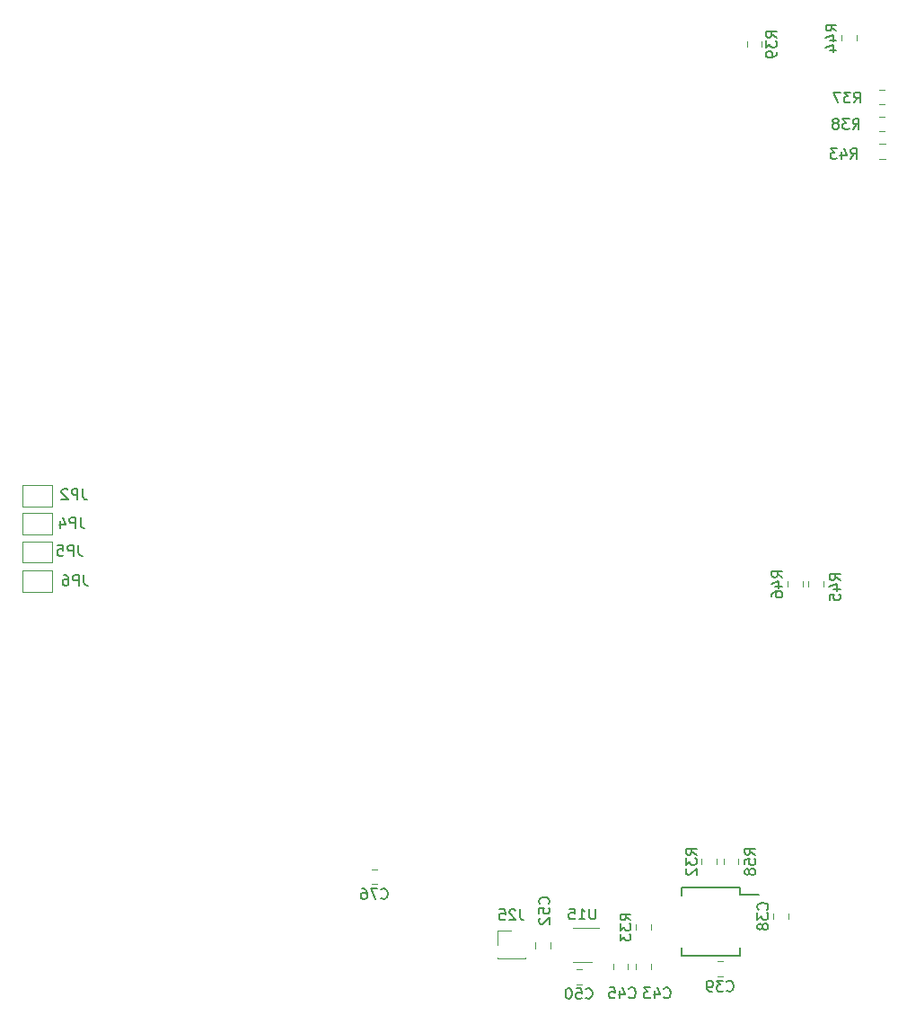
<source format=gbr>
G04 #@! TF.GenerationSoftware,KiCad,Pcbnew,(5.0.2)-1*
G04 #@! TF.CreationDate,2019-08-15T12:32:10+02:00*
G04 #@! TF.ProjectId,ADS1298_FINAL,41445331-3239-4385-9f46-494e414c2e6b,rev?*
G04 #@! TF.SameCoordinates,Original*
G04 #@! TF.FileFunction,Legend,Bot*
G04 #@! TF.FilePolarity,Positive*
%FSLAX46Y46*%
G04 Gerber Fmt 4.6, Leading zero omitted, Abs format (unit mm)*
G04 Created by KiCad (PCBNEW (5.0.2)-1) date 15-8-2019 12:32:10*
%MOMM*%
%LPD*%
G01*
G04 APERTURE LIST*
%ADD10C,0.120000*%
%ADD11C,0.150000*%
G04 APERTURE END LIST*
D10*
G04 #@! TO.C,C38*
X101938124Y-111770527D02*
X101938124Y-112293031D01*
X103358124Y-111770527D02*
X103358124Y-112293031D01*
G04 #@! TO.C,C39*
X96664546Y-117716779D02*
X97181702Y-117716779D01*
X96664546Y-116296779D02*
X97181702Y-116296779D01*
G04 #@! TO.C,C43*
X88988124Y-116470527D02*
X88988124Y-116993031D01*
X90408124Y-116470527D02*
X90408124Y-116993031D01*
G04 #@! TO.C,C45*
X88258124Y-116470527D02*
X88258124Y-116993031D01*
X86838124Y-116470527D02*
X86838124Y-116993031D01*
G04 #@! TO.C,C50*
X83361872Y-116996779D02*
X83884376Y-116996779D01*
X83361872Y-118416779D02*
X83884376Y-118416779D01*
G04 #@! TO.C,C52*
X79538124Y-114520527D02*
X79538124Y-115043031D01*
X80958124Y-114520527D02*
X80958124Y-115043031D01*
G04 #@! TO.C,J25*
X77250000Y-113370000D02*
X75920000Y-113370000D01*
X75920000Y-113370000D02*
X75920000Y-114700000D01*
X75920000Y-115910000D02*
X75920000Y-116030000D01*
X78580000Y-115910000D02*
X78580000Y-116030000D01*
X78580000Y-116030000D02*
X75920000Y-116030000D01*
G04 #@! TO.C,JP2*
X33935245Y-73380200D02*
X33935245Y-71380200D01*
X31135245Y-73380200D02*
X33935245Y-73380200D01*
X31135245Y-71380200D02*
X31135245Y-73380200D01*
X33935245Y-71380200D02*
X31135245Y-71380200D01*
G04 #@! TO.C,JP4*
X33935245Y-74030200D02*
X31135245Y-74030200D01*
X31135245Y-74030200D02*
X31135245Y-76030200D01*
X31135245Y-76030200D02*
X33935245Y-76030200D01*
X33935245Y-76030200D02*
X33935245Y-74030200D01*
G04 #@! TO.C,JP5*
X33935245Y-78680200D02*
X33935245Y-76680200D01*
X31135245Y-78680200D02*
X33935245Y-78680200D01*
X31135245Y-76680200D02*
X31135245Y-78680200D01*
X33935245Y-76680200D02*
X31135245Y-76680200D01*
G04 #@! TO.C,JP6*
X33935245Y-81430200D02*
X33935245Y-79430200D01*
X31135245Y-81430200D02*
X33935245Y-81430200D01*
X31135245Y-79430200D02*
X31135245Y-81430200D01*
X33935245Y-79430200D02*
X31135245Y-79430200D01*
G04 #@! TO.C,R32*
X95188124Y-106610701D02*
X95188124Y-107127857D01*
X96608124Y-106610701D02*
X96608124Y-107127857D01*
G04 #@! TO.C,R33*
X90408124Y-112785701D02*
X90408124Y-113302857D01*
X88988124Y-112785701D02*
X88988124Y-113302857D01*
G04 #@! TO.C,R37*
X111913748Y-34090000D02*
X112436252Y-34090000D01*
X111913748Y-35510000D02*
X112436252Y-35510000D01*
G04 #@! TO.C,R38*
X111913748Y-38060000D02*
X112436252Y-38060000D01*
X111913748Y-36640000D02*
X112436252Y-36640000D01*
G04 #@! TO.C,R39*
X99440000Y-30086252D02*
X99440000Y-29563748D01*
X100860000Y-30086252D02*
X100860000Y-29563748D01*
G04 #@! TO.C,R43*
X111963748Y-40660000D02*
X112486252Y-40660000D01*
X111963748Y-39240000D02*
X112486252Y-39240000D01*
G04 #@! TO.C,R44*
X108390000Y-28963748D02*
X108390000Y-29486252D01*
X109810000Y-28963748D02*
X109810000Y-29486252D01*
G04 #@! TO.C,R45*
X106660000Y-80463748D02*
X106660000Y-80986252D01*
X105240000Y-80463748D02*
X105240000Y-80986252D01*
G04 #@! TO.C,R46*
X103290000Y-80463748D02*
X103290000Y-80986252D01*
X104710000Y-80463748D02*
X104710000Y-80986252D01*
G04 #@! TO.C,R58*
X97238124Y-106610701D02*
X97238124Y-107127857D01*
X98658124Y-106610701D02*
X98658124Y-107127857D01*
D11*
G04 #@! TO.C,U14*
X98798124Y-109336779D02*
X98798124Y-109991779D01*
X93298124Y-109336779D02*
X93298124Y-110086779D01*
X93298124Y-115746779D02*
X93298124Y-114996779D01*
X98798124Y-115746779D02*
X98798124Y-114996779D01*
X98798124Y-109336779D02*
X93298124Y-109336779D01*
X98798124Y-115746779D02*
X93298124Y-115746779D01*
X98798124Y-109991779D02*
X100548124Y-109991779D01*
D10*
G04 #@! TO.C,U15*
X84848124Y-116366779D02*
X83048124Y-116366779D01*
X83048124Y-113146779D02*
X85498124Y-113146779D01*
G04 #@! TO.C,C76*
X64063748Y-109010000D02*
X64586252Y-109010000D01*
X64063748Y-107590000D02*
X64586252Y-107590000D01*
G04 #@! TO.C,C38*
D11*
X101355266Y-111388921D02*
X101402885Y-111341302D01*
X101450504Y-111198445D01*
X101450504Y-111103207D01*
X101402885Y-110960350D01*
X101307647Y-110865112D01*
X101212409Y-110817493D01*
X101021933Y-110769874D01*
X100879076Y-110769874D01*
X100688600Y-110817493D01*
X100593362Y-110865112D01*
X100498124Y-110960350D01*
X100450504Y-111103207D01*
X100450504Y-111198445D01*
X100498124Y-111341302D01*
X100545743Y-111388921D01*
X100450504Y-111722255D02*
X100450504Y-112341302D01*
X100831457Y-112007969D01*
X100831457Y-112150826D01*
X100879076Y-112246064D01*
X100926695Y-112293683D01*
X101021933Y-112341302D01*
X101260028Y-112341302D01*
X101355266Y-112293683D01*
X101402885Y-112246064D01*
X101450504Y-112150826D01*
X101450504Y-111865112D01*
X101402885Y-111769874D01*
X101355266Y-111722255D01*
X100879076Y-112912731D02*
X100831457Y-112817493D01*
X100783838Y-112769874D01*
X100688600Y-112722255D01*
X100640981Y-112722255D01*
X100545743Y-112769874D01*
X100498124Y-112817493D01*
X100450504Y-112912731D01*
X100450504Y-113103207D01*
X100498124Y-113198445D01*
X100545743Y-113246064D01*
X100640981Y-113293683D01*
X100688600Y-113293683D01*
X100783838Y-113246064D01*
X100831457Y-113198445D01*
X100879076Y-113103207D01*
X100879076Y-112912731D01*
X100926695Y-112817493D01*
X100974314Y-112769874D01*
X101069552Y-112722255D01*
X101260028Y-112722255D01*
X101355266Y-112769874D01*
X101402885Y-112817493D01*
X101450504Y-112912731D01*
X101450504Y-113103207D01*
X101402885Y-113198445D01*
X101355266Y-113246064D01*
X101260028Y-113293683D01*
X101069552Y-113293683D01*
X100974314Y-113246064D01*
X100926695Y-113198445D01*
X100879076Y-113103207D01*
G04 #@! TO.C,C39*
X97565981Y-119013921D02*
X97613600Y-119061540D01*
X97756457Y-119109159D01*
X97851695Y-119109159D01*
X97994552Y-119061540D01*
X98089790Y-118966302D01*
X98137409Y-118871064D01*
X98185028Y-118680588D01*
X98185028Y-118537731D01*
X98137409Y-118347255D01*
X98089790Y-118252017D01*
X97994552Y-118156779D01*
X97851695Y-118109159D01*
X97756457Y-118109159D01*
X97613600Y-118156779D01*
X97565981Y-118204398D01*
X97232647Y-118109159D02*
X96613600Y-118109159D01*
X96946933Y-118490112D01*
X96804076Y-118490112D01*
X96708838Y-118537731D01*
X96661219Y-118585350D01*
X96613600Y-118680588D01*
X96613600Y-118918683D01*
X96661219Y-119013921D01*
X96708838Y-119061540D01*
X96804076Y-119109159D01*
X97089790Y-119109159D01*
X97185028Y-119061540D01*
X97232647Y-119013921D01*
X96137409Y-119109159D02*
X95946933Y-119109159D01*
X95851695Y-119061540D01*
X95804076Y-119013921D01*
X95708838Y-118871064D01*
X95661219Y-118680588D01*
X95661219Y-118299636D01*
X95708838Y-118204398D01*
X95756457Y-118156779D01*
X95851695Y-118109159D01*
X96042171Y-118109159D01*
X96137409Y-118156779D01*
X96185028Y-118204398D01*
X96232647Y-118299636D01*
X96232647Y-118537731D01*
X96185028Y-118632969D01*
X96137409Y-118680588D01*
X96042171Y-118728207D01*
X95851695Y-118728207D01*
X95756457Y-118680588D01*
X95708838Y-118632969D01*
X95661219Y-118537731D01*
G04 #@! TO.C,C43*
X91642857Y-119657142D02*
X91690476Y-119704761D01*
X91833333Y-119752380D01*
X91928571Y-119752380D01*
X92071428Y-119704761D01*
X92166666Y-119609523D01*
X92214285Y-119514285D01*
X92261904Y-119323809D01*
X92261904Y-119180952D01*
X92214285Y-118990476D01*
X92166666Y-118895238D01*
X92071428Y-118800000D01*
X91928571Y-118752380D01*
X91833333Y-118752380D01*
X91690476Y-118800000D01*
X91642857Y-118847619D01*
X90785714Y-119085714D02*
X90785714Y-119752380D01*
X91023809Y-118704761D02*
X91261904Y-119419047D01*
X90642857Y-119419047D01*
X90357142Y-118752380D02*
X89738095Y-118752380D01*
X90071428Y-119133333D01*
X89928571Y-119133333D01*
X89833333Y-119180952D01*
X89785714Y-119228571D01*
X89738095Y-119323809D01*
X89738095Y-119561904D01*
X89785714Y-119657142D01*
X89833333Y-119704761D01*
X89928571Y-119752380D01*
X90214285Y-119752380D01*
X90309523Y-119704761D01*
X90357142Y-119657142D01*
G04 #@! TO.C,C45*
X88342857Y-119657142D02*
X88390476Y-119704761D01*
X88533333Y-119752380D01*
X88628571Y-119752380D01*
X88771428Y-119704761D01*
X88866666Y-119609523D01*
X88914285Y-119514285D01*
X88961904Y-119323809D01*
X88961904Y-119180952D01*
X88914285Y-118990476D01*
X88866666Y-118895238D01*
X88771428Y-118800000D01*
X88628571Y-118752380D01*
X88533333Y-118752380D01*
X88390476Y-118800000D01*
X88342857Y-118847619D01*
X87485714Y-119085714D02*
X87485714Y-119752380D01*
X87723809Y-118704761D02*
X87961904Y-119419047D01*
X87342857Y-119419047D01*
X86485714Y-118752380D02*
X86961904Y-118752380D01*
X87009523Y-119228571D01*
X86961904Y-119180952D01*
X86866666Y-119133333D01*
X86628571Y-119133333D01*
X86533333Y-119180952D01*
X86485714Y-119228571D01*
X86438095Y-119323809D01*
X86438095Y-119561904D01*
X86485714Y-119657142D01*
X86533333Y-119704761D01*
X86628571Y-119752380D01*
X86866666Y-119752380D01*
X86961904Y-119704761D01*
X87009523Y-119657142D01*
G04 #@! TO.C,C50*
X84265981Y-119713921D02*
X84313600Y-119761540D01*
X84456457Y-119809159D01*
X84551695Y-119809159D01*
X84694552Y-119761540D01*
X84789790Y-119666302D01*
X84837409Y-119571064D01*
X84885028Y-119380588D01*
X84885028Y-119237731D01*
X84837409Y-119047255D01*
X84789790Y-118952017D01*
X84694552Y-118856779D01*
X84551695Y-118809159D01*
X84456457Y-118809159D01*
X84313600Y-118856779D01*
X84265981Y-118904398D01*
X83361219Y-118809159D02*
X83837409Y-118809159D01*
X83885028Y-119285350D01*
X83837409Y-119237731D01*
X83742171Y-119190112D01*
X83504076Y-119190112D01*
X83408838Y-119237731D01*
X83361219Y-119285350D01*
X83313600Y-119380588D01*
X83313600Y-119618683D01*
X83361219Y-119713921D01*
X83408838Y-119761540D01*
X83504076Y-119809159D01*
X83742171Y-119809159D01*
X83837409Y-119761540D01*
X83885028Y-119713921D01*
X82694552Y-118809159D02*
X82599314Y-118809159D01*
X82504076Y-118856779D01*
X82456457Y-118904398D01*
X82408838Y-118999636D01*
X82361219Y-119190112D01*
X82361219Y-119428207D01*
X82408838Y-119618683D01*
X82456457Y-119713921D01*
X82504076Y-119761540D01*
X82599314Y-119809159D01*
X82694552Y-119809159D01*
X82789790Y-119761540D01*
X82837409Y-119713921D01*
X82885028Y-119618683D01*
X82932647Y-119428207D01*
X82932647Y-119190112D01*
X82885028Y-118999636D01*
X82837409Y-118904398D01*
X82789790Y-118856779D01*
X82694552Y-118809159D01*
G04 #@! TO.C,C52*
X80757142Y-110857142D02*
X80804761Y-110809523D01*
X80852380Y-110666666D01*
X80852380Y-110571428D01*
X80804761Y-110428571D01*
X80709523Y-110333333D01*
X80614285Y-110285714D01*
X80423809Y-110238095D01*
X80280952Y-110238095D01*
X80090476Y-110285714D01*
X79995238Y-110333333D01*
X79900000Y-110428571D01*
X79852380Y-110571428D01*
X79852380Y-110666666D01*
X79900000Y-110809523D01*
X79947619Y-110857142D01*
X79852380Y-111761904D02*
X79852380Y-111285714D01*
X80328571Y-111238095D01*
X80280952Y-111285714D01*
X80233333Y-111380952D01*
X80233333Y-111619047D01*
X80280952Y-111714285D01*
X80328571Y-111761904D01*
X80423809Y-111809523D01*
X80661904Y-111809523D01*
X80757142Y-111761904D01*
X80804761Y-111714285D01*
X80852380Y-111619047D01*
X80852380Y-111380952D01*
X80804761Y-111285714D01*
X80757142Y-111238095D01*
X79947619Y-112190476D02*
X79900000Y-112238095D01*
X79852380Y-112333333D01*
X79852380Y-112571428D01*
X79900000Y-112666666D01*
X79947619Y-112714285D01*
X80042857Y-112761904D01*
X80138095Y-112761904D01*
X80280952Y-112714285D01*
X80852380Y-112142857D01*
X80852380Y-112761904D01*
G04 #@! TO.C,J25*
X78059523Y-111382380D02*
X78059523Y-112096666D01*
X78107142Y-112239523D01*
X78202380Y-112334761D01*
X78345238Y-112382380D01*
X78440476Y-112382380D01*
X77630952Y-111477619D02*
X77583333Y-111430000D01*
X77488095Y-111382380D01*
X77250000Y-111382380D01*
X77154761Y-111430000D01*
X77107142Y-111477619D01*
X77059523Y-111572857D01*
X77059523Y-111668095D01*
X77107142Y-111810952D01*
X77678571Y-112382380D01*
X77059523Y-112382380D01*
X76154761Y-111382380D02*
X76630952Y-111382380D01*
X76678571Y-111858571D01*
X76630952Y-111810952D01*
X76535714Y-111763333D01*
X76297619Y-111763333D01*
X76202380Y-111810952D01*
X76154761Y-111858571D01*
X76107142Y-111953809D01*
X76107142Y-112191904D01*
X76154761Y-112287142D01*
X76202380Y-112334761D01*
X76297619Y-112382380D01*
X76535714Y-112382380D01*
X76630952Y-112334761D01*
X76678571Y-112287142D01*
G04 #@! TO.C,JP2*
X36833333Y-71752380D02*
X36833333Y-72466666D01*
X36880952Y-72609523D01*
X36976190Y-72704761D01*
X37119047Y-72752380D01*
X37214285Y-72752380D01*
X36357142Y-72752380D02*
X36357142Y-71752380D01*
X35976190Y-71752380D01*
X35880952Y-71800000D01*
X35833333Y-71847619D01*
X35785714Y-71942857D01*
X35785714Y-72085714D01*
X35833333Y-72180952D01*
X35880952Y-72228571D01*
X35976190Y-72276190D01*
X36357142Y-72276190D01*
X35404761Y-71847619D02*
X35357142Y-71800000D01*
X35261904Y-71752380D01*
X35023809Y-71752380D01*
X34928571Y-71800000D01*
X34880952Y-71847619D01*
X34833333Y-71942857D01*
X34833333Y-72038095D01*
X34880952Y-72180952D01*
X35452380Y-72752380D01*
X34833333Y-72752380D01*
G04 #@! TO.C,JP4*
X36633333Y-74452380D02*
X36633333Y-75166666D01*
X36680952Y-75309523D01*
X36776190Y-75404761D01*
X36919047Y-75452380D01*
X37014285Y-75452380D01*
X36157142Y-75452380D02*
X36157142Y-74452380D01*
X35776190Y-74452380D01*
X35680952Y-74500000D01*
X35633333Y-74547619D01*
X35585714Y-74642857D01*
X35585714Y-74785714D01*
X35633333Y-74880952D01*
X35680952Y-74928571D01*
X35776190Y-74976190D01*
X36157142Y-74976190D01*
X34728571Y-74785714D02*
X34728571Y-75452380D01*
X34966666Y-74404761D02*
X35204761Y-75119047D01*
X34585714Y-75119047D01*
G04 #@! TO.C,JP5*
X36433333Y-77052380D02*
X36433333Y-77766666D01*
X36480952Y-77909523D01*
X36576190Y-78004761D01*
X36719047Y-78052380D01*
X36814285Y-78052380D01*
X35957142Y-78052380D02*
X35957142Y-77052380D01*
X35576190Y-77052380D01*
X35480952Y-77100000D01*
X35433333Y-77147619D01*
X35385714Y-77242857D01*
X35385714Y-77385714D01*
X35433333Y-77480952D01*
X35480952Y-77528571D01*
X35576190Y-77576190D01*
X35957142Y-77576190D01*
X34480952Y-77052380D02*
X34957142Y-77052380D01*
X35004761Y-77528571D01*
X34957142Y-77480952D01*
X34861904Y-77433333D01*
X34623809Y-77433333D01*
X34528571Y-77480952D01*
X34480952Y-77528571D01*
X34433333Y-77623809D01*
X34433333Y-77861904D01*
X34480952Y-77957142D01*
X34528571Y-78004761D01*
X34623809Y-78052380D01*
X34861904Y-78052380D01*
X34957142Y-78004761D01*
X35004761Y-77957142D01*
G04 #@! TO.C,JP6*
X36933333Y-79852380D02*
X36933333Y-80566666D01*
X36980952Y-80709523D01*
X37076190Y-80804761D01*
X37219047Y-80852380D01*
X37314285Y-80852380D01*
X36457142Y-80852380D02*
X36457142Y-79852380D01*
X36076190Y-79852380D01*
X35980952Y-79900000D01*
X35933333Y-79947619D01*
X35885714Y-80042857D01*
X35885714Y-80185714D01*
X35933333Y-80280952D01*
X35980952Y-80328571D01*
X36076190Y-80376190D01*
X36457142Y-80376190D01*
X35028571Y-79852380D02*
X35219047Y-79852380D01*
X35314285Y-79900000D01*
X35361904Y-79947619D01*
X35457142Y-80090476D01*
X35504761Y-80280952D01*
X35504761Y-80661904D01*
X35457142Y-80757142D01*
X35409523Y-80804761D01*
X35314285Y-80852380D01*
X35123809Y-80852380D01*
X35028571Y-80804761D01*
X34980952Y-80757142D01*
X34933333Y-80661904D01*
X34933333Y-80423809D01*
X34980952Y-80328571D01*
X35028571Y-80280952D01*
X35123809Y-80233333D01*
X35314285Y-80233333D01*
X35409523Y-80280952D01*
X35457142Y-80328571D01*
X35504761Y-80423809D01*
G04 #@! TO.C,R32*
X94700504Y-106226421D02*
X94224314Y-105893088D01*
X94700504Y-105654993D02*
X93700504Y-105654993D01*
X93700504Y-106035945D01*
X93748124Y-106131183D01*
X93795743Y-106178802D01*
X93890981Y-106226421D01*
X94033838Y-106226421D01*
X94129076Y-106178802D01*
X94176695Y-106131183D01*
X94224314Y-106035945D01*
X94224314Y-105654993D01*
X93700504Y-106559755D02*
X93700504Y-107178802D01*
X94081457Y-106845469D01*
X94081457Y-106988326D01*
X94129076Y-107083564D01*
X94176695Y-107131183D01*
X94271933Y-107178802D01*
X94510028Y-107178802D01*
X94605266Y-107131183D01*
X94652885Y-107083564D01*
X94700504Y-106988326D01*
X94700504Y-106702612D01*
X94652885Y-106607374D01*
X94605266Y-106559755D01*
X93795743Y-107559755D02*
X93748124Y-107607374D01*
X93700504Y-107702612D01*
X93700504Y-107940707D01*
X93748124Y-108035945D01*
X93795743Y-108083564D01*
X93890981Y-108131183D01*
X93986219Y-108131183D01*
X94129076Y-108083564D01*
X94700504Y-107512136D01*
X94700504Y-108131183D01*
G04 #@! TO.C,R33*
X88500504Y-112401421D02*
X88024314Y-112068088D01*
X88500504Y-111829993D02*
X87500504Y-111829993D01*
X87500504Y-112210945D01*
X87548124Y-112306183D01*
X87595743Y-112353802D01*
X87690981Y-112401421D01*
X87833838Y-112401421D01*
X87929076Y-112353802D01*
X87976695Y-112306183D01*
X88024314Y-112210945D01*
X88024314Y-111829993D01*
X87500504Y-112734755D02*
X87500504Y-113353802D01*
X87881457Y-113020469D01*
X87881457Y-113163326D01*
X87929076Y-113258564D01*
X87976695Y-113306183D01*
X88071933Y-113353802D01*
X88310028Y-113353802D01*
X88405266Y-113306183D01*
X88452885Y-113258564D01*
X88500504Y-113163326D01*
X88500504Y-112877612D01*
X88452885Y-112782374D01*
X88405266Y-112734755D01*
X87500504Y-113687136D02*
X87500504Y-114306183D01*
X87881457Y-113972850D01*
X87881457Y-114115707D01*
X87929076Y-114210945D01*
X87976695Y-114258564D01*
X88071933Y-114306183D01*
X88310028Y-114306183D01*
X88405266Y-114258564D01*
X88452885Y-114210945D01*
X88500504Y-114115707D01*
X88500504Y-113829993D01*
X88452885Y-113734755D01*
X88405266Y-113687136D01*
G04 #@! TO.C,R37*
X109542857Y-35352380D02*
X109876190Y-34876190D01*
X110114285Y-35352380D02*
X110114285Y-34352380D01*
X109733333Y-34352380D01*
X109638095Y-34400000D01*
X109590476Y-34447619D01*
X109542857Y-34542857D01*
X109542857Y-34685714D01*
X109590476Y-34780952D01*
X109638095Y-34828571D01*
X109733333Y-34876190D01*
X110114285Y-34876190D01*
X109209523Y-34352380D02*
X108590476Y-34352380D01*
X108923809Y-34733333D01*
X108780952Y-34733333D01*
X108685714Y-34780952D01*
X108638095Y-34828571D01*
X108590476Y-34923809D01*
X108590476Y-35161904D01*
X108638095Y-35257142D01*
X108685714Y-35304761D01*
X108780952Y-35352380D01*
X109066666Y-35352380D01*
X109161904Y-35304761D01*
X109209523Y-35257142D01*
X108257142Y-34352380D02*
X107590476Y-34352380D01*
X108019047Y-35352380D01*
G04 #@! TO.C,R38*
X109442857Y-37852380D02*
X109776190Y-37376190D01*
X110014285Y-37852380D02*
X110014285Y-36852380D01*
X109633333Y-36852380D01*
X109538095Y-36900000D01*
X109490476Y-36947619D01*
X109442857Y-37042857D01*
X109442857Y-37185714D01*
X109490476Y-37280952D01*
X109538095Y-37328571D01*
X109633333Y-37376190D01*
X110014285Y-37376190D01*
X109109523Y-36852380D02*
X108490476Y-36852380D01*
X108823809Y-37233333D01*
X108680952Y-37233333D01*
X108585714Y-37280952D01*
X108538095Y-37328571D01*
X108490476Y-37423809D01*
X108490476Y-37661904D01*
X108538095Y-37757142D01*
X108585714Y-37804761D01*
X108680952Y-37852380D01*
X108966666Y-37852380D01*
X109061904Y-37804761D01*
X109109523Y-37757142D01*
X107919047Y-37280952D02*
X108014285Y-37233333D01*
X108061904Y-37185714D01*
X108109523Y-37090476D01*
X108109523Y-37042857D01*
X108061904Y-36947619D01*
X108014285Y-36900000D01*
X107919047Y-36852380D01*
X107728571Y-36852380D01*
X107633333Y-36900000D01*
X107585714Y-36947619D01*
X107538095Y-37042857D01*
X107538095Y-37090476D01*
X107585714Y-37185714D01*
X107633333Y-37233333D01*
X107728571Y-37280952D01*
X107919047Y-37280952D01*
X108014285Y-37328571D01*
X108061904Y-37376190D01*
X108109523Y-37471428D01*
X108109523Y-37661904D01*
X108061904Y-37757142D01*
X108014285Y-37804761D01*
X107919047Y-37852380D01*
X107728571Y-37852380D01*
X107633333Y-37804761D01*
X107585714Y-37757142D01*
X107538095Y-37661904D01*
X107538095Y-37471428D01*
X107585714Y-37376190D01*
X107633333Y-37328571D01*
X107728571Y-37280952D01*
G04 #@! TO.C,R39*
X102252380Y-29182142D02*
X101776190Y-28848809D01*
X102252380Y-28610714D02*
X101252380Y-28610714D01*
X101252380Y-28991666D01*
X101300000Y-29086904D01*
X101347619Y-29134523D01*
X101442857Y-29182142D01*
X101585714Y-29182142D01*
X101680952Y-29134523D01*
X101728571Y-29086904D01*
X101776190Y-28991666D01*
X101776190Y-28610714D01*
X101252380Y-29515476D02*
X101252380Y-30134523D01*
X101633333Y-29801190D01*
X101633333Y-29944047D01*
X101680952Y-30039285D01*
X101728571Y-30086904D01*
X101823809Y-30134523D01*
X102061904Y-30134523D01*
X102157142Y-30086904D01*
X102204761Y-30039285D01*
X102252380Y-29944047D01*
X102252380Y-29658333D01*
X102204761Y-29563095D01*
X102157142Y-29515476D01*
X102252380Y-30610714D02*
X102252380Y-30801190D01*
X102204761Y-30896428D01*
X102157142Y-30944047D01*
X102014285Y-31039285D01*
X101823809Y-31086904D01*
X101442857Y-31086904D01*
X101347619Y-31039285D01*
X101300000Y-30991666D01*
X101252380Y-30896428D01*
X101252380Y-30705952D01*
X101300000Y-30610714D01*
X101347619Y-30563095D01*
X101442857Y-30515476D01*
X101680952Y-30515476D01*
X101776190Y-30563095D01*
X101823809Y-30610714D01*
X101871428Y-30705952D01*
X101871428Y-30896428D01*
X101823809Y-30991666D01*
X101776190Y-31039285D01*
X101680952Y-31086904D01*
G04 #@! TO.C,R43*
X109242857Y-40652380D02*
X109576190Y-40176190D01*
X109814285Y-40652380D02*
X109814285Y-39652380D01*
X109433333Y-39652380D01*
X109338095Y-39700000D01*
X109290476Y-39747619D01*
X109242857Y-39842857D01*
X109242857Y-39985714D01*
X109290476Y-40080952D01*
X109338095Y-40128571D01*
X109433333Y-40176190D01*
X109814285Y-40176190D01*
X108385714Y-39985714D02*
X108385714Y-40652380D01*
X108623809Y-39604761D02*
X108861904Y-40319047D01*
X108242857Y-40319047D01*
X107957142Y-39652380D02*
X107338095Y-39652380D01*
X107671428Y-40033333D01*
X107528571Y-40033333D01*
X107433333Y-40080952D01*
X107385714Y-40128571D01*
X107338095Y-40223809D01*
X107338095Y-40461904D01*
X107385714Y-40557142D01*
X107433333Y-40604761D01*
X107528571Y-40652380D01*
X107814285Y-40652380D01*
X107909523Y-40604761D01*
X107957142Y-40557142D01*
G04 #@! TO.C,R44*
X107902380Y-28582142D02*
X107426190Y-28248809D01*
X107902380Y-28010714D02*
X106902380Y-28010714D01*
X106902380Y-28391666D01*
X106950000Y-28486904D01*
X106997619Y-28534523D01*
X107092857Y-28582142D01*
X107235714Y-28582142D01*
X107330952Y-28534523D01*
X107378571Y-28486904D01*
X107426190Y-28391666D01*
X107426190Y-28010714D01*
X107235714Y-29439285D02*
X107902380Y-29439285D01*
X106854761Y-29201190D02*
X107569047Y-28963095D01*
X107569047Y-29582142D01*
X107235714Y-30391666D02*
X107902380Y-30391666D01*
X106854761Y-30153571D02*
X107569047Y-29915476D01*
X107569047Y-30534523D01*
G04 #@! TO.C,R45*
X108252380Y-80357142D02*
X107776190Y-80023809D01*
X108252380Y-79785714D02*
X107252380Y-79785714D01*
X107252380Y-80166666D01*
X107300000Y-80261904D01*
X107347619Y-80309523D01*
X107442857Y-80357142D01*
X107585714Y-80357142D01*
X107680952Y-80309523D01*
X107728571Y-80261904D01*
X107776190Y-80166666D01*
X107776190Y-79785714D01*
X107585714Y-81214285D02*
X108252380Y-81214285D01*
X107204761Y-80976190D02*
X107919047Y-80738095D01*
X107919047Y-81357142D01*
X107252380Y-82214285D02*
X107252380Y-81738095D01*
X107728571Y-81690476D01*
X107680952Y-81738095D01*
X107633333Y-81833333D01*
X107633333Y-82071428D01*
X107680952Y-82166666D01*
X107728571Y-82214285D01*
X107823809Y-82261904D01*
X108061904Y-82261904D01*
X108157142Y-82214285D01*
X108204761Y-82166666D01*
X108252380Y-82071428D01*
X108252380Y-81833333D01*
X108204761Y-81738095D01*
X108157142Y-81690476D01*
G04 #@! TO.C,R46*
X102802380Y-80082142D02*
X102326190Y-79748809D01*
X102802380Y-79510714D02*
X101802380Y-79510714D01*
X101802380Y-79891666D01*
X101850000Y-79986904D01*
X101897619Y-80034523D01*
X101992857Y-80082142D01*
X102135714Y-80082142D01*
X102230952Y-80034523D01*
X102278571Y-79986904D01*
X102326190Y-79891666D01*
X102326190Y-79510714D01*
X102135714Y-80939285D02*
X102802380Y-80939285D01*
X101754761Y-80701190D02*
X102469047Y-80463095D01*
X102469047Y-81082142D01*
X101802380Y-81891666D02*
X101802380Y-81701190D01*
X101850000Y-81605952D01*
X101897619Y-81558333D01*
X102040476Y-81463095D01*
X102230952Y-81415476D01*
X102611904Y-81415476D01*
X102707142Y-81463095D01*
X102754761Y-81510714D01*
X102802380Y-81605952D01*
X102802380Y-81796428D01*
X102754761Y-81891666D01*
X102707142Y-81939285D01*
X102611904Y-81986904D01*
X102373809Y-81986904D01*
X102278571Y-81939285D01*
X102230952Y-81891666D01*
X102183333Y-81796428D01*
X102183333Y-81605952D01*
X102230952Y-81510714D01*
X102278571Y-81463095D01*
X102373809Y-81415476D01*
G04 #@! TO.C,R58*
X100252380Y-106226421D02*
X99776190Y-105893088D01*
X100252380Y-105654993D02*
X99252380Y-105654993D01*
X99252380Y-106035945D01*
X99300000Y-106131183D01*
X99347619Y-106178802D01*
X99442857Y-106226421D01*
X99585714Y-106226421D01*
X99680952Y-106178802D01*
X99728571Y-106131183D01*
X99776190Y-106035945D01*
X99776190Y-105654993D01*
X99252380Y-107131183D02*
X99252380Y-106654993D01*
X99728571Y-106607374D01*
X99680952Y-106654993D01*
X99633333Y-106750231D01*
X99633333Y-106988326D01*
X99680952Y-107083564D01*
X99728571Y-107131183D01*
X99823809Y-107178802D01*
X100061904Y-107178802D01*
X100157142Y-107131183D01*
X100204761Y-107083564D01*
X100252380Y-106988326D01*
X100252380Y-106750231D01*
X100204761Y-106654993D01*
X100157142Y-106607374D01*
X99680952Y-107750231D02*
X99633333Y-107654993D01*
X99585714Y-107607374D01*
X99490476Y-107559755D01*
X99442857Y-107559755D01*
X99347619Y-107607374D01*
X99300000Y-107654993D01*
X99252380Y-107750231D01*
X99252380Y-107940707D01*
X99300000Y-108035945D01*
X99347619Y-108083564D01*
X99442857Y-108131183D01*
X99490476Y-108131183D01*
X99585714Y-108083564D01*
X99633333Y-108035945D01*
X99680952Y-107940707D01*
X99680952Y-107750231D01*
X99728571Y-107654993D01*
X99776190Y-107607374D01*
X99871428Y-107559755D01*
X100061904Y-107559755D01*
X100157142Y-107607374D01*
X100204761Y-107654993D01*
X100252380Y-107750231D01*
X100252380Y-107940707D01*
X100204761Y-108035945D01*
X100157142Y-108083564D01*
X100061904Y-108131183D01*
X99871428Y-108131183D01*
X99776190Y-108083564D01*
X99728571Y-108035945D01*
X99680952Y-107940707D01*
G04 #@! TO.C,U15*
X85186219Y-111309159D02*
X85186219Y-112118683D01*
X85138600Y-112213921D01*
X85090981Y-112261540D01*
X84995743Y-112309159D01*
X84805266Y-112309159D01*
X84710028Y-112261540D01*
X84662409Y-112213921D01*
X84614790Y-112118683D01*
X84614790Y-111309159D01*
X83614790Y-112309159D02*
X84186219Y-112309159D01*
X83900504Y-112309159D02*
X83900504Y-111309159D01*
X83995743Y-111452017D01*
X84090981Y-111547255D01*
X84186219Y-111594874D01*
X82710028Y-111309159D02*
X83186219Y-111309159D01*
X83233838Y-111785350D01*
X83186219Y-111737731D01*
X83090981Y-111690112D01*
X82852885Y-111690112D01*
X82757647Y-111737731D01*
X82710028Y-111785350D01*
X82662409Y-111880588D01*
X82662409Y-112118683D01*
X82710028Y-112213921D01*
X82757647Y-112261540D01*
X82852885Y-112309159D01*
X83090981Y-112309159D01*
X83186219Y-112261540D01*
X83233838Y-112213921D01*
G04 #@! TO.C,C76*
X64967857Y-110307142D02*
X65015476Y-110354761D01*
X65158333Y-110402380D01*
X65253571Y-110402380D01*
X65396428Y-110354761D01*
X65491666Y-110259523D01*
X65539285Y-110164285D01*
X65586904Y-109973809D01*
X65586904Y-109830952D01*
X65539285Y-109640476D01*
X65491666Y-109545238D01*
X65396428Y-109450000D01*
X65253571Y-109402380D01*
X65158333Y-109402380D01*
X65015476Y-109450000D01*
X64967857Y-109497619D01*
X64634523Y-109402380D02*
X63967857Y-109402380D01*
X64396428Y-110402380D01*
X63158333Y-109402380D02*
X63348809Y-109402380D01*
X63444047Y-109450000D01*
X63491666Y-109497619D01*
X63586904Y-109640476D01*
X63634523Y-109830952D01*
X63634523Y-110211904D01*
X63586904Y-110307142D01*
X63539285Y-110354761D01*
X63444047Y-110402380D01*
X63253571Y-110402380D01*
X63158333Y-110354761D01*
X63110714Y-110307142D01*
X63063095Y-110211904D01*
X63063095Y-109973809D01*
X63110714Y-109878571D01*
X63158333Y-109830952D01*
X63253571Y-109783333D01*
X63444047Y-109783333D01*
X63539285Y-109830952D01*
X63586904Y-109878571D01*
X63634523Y-109973809D01*
G04 #@! TD*
M02*

</source>
